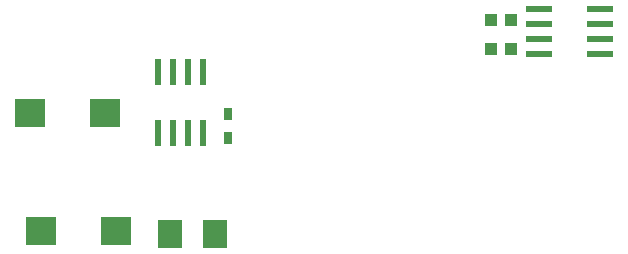
<source format=gbr>
G04 EAGLE Gerber RS-274X export*
G75*
%MOMM*%
%FSLAX34Y34*%
%LPD*%
%INSolderpaste Top*%
%IPPOS*%
%AMOC8*
5,1,8,0,0,1.08239X$1,22.5*%
G01*
%ADD10R,2.600000X2.400000*%
%ADD11R,0.800000X1.000000*%
%ADD12R,2.000000X2.400000*%
%ADD13R,1.000000X1.100000*%
%ADD14R,0.600000X2.200000*%
%ADD15R,2.200000X0.600000*%


D10*
X220950Y21100D03*
X157450Y21100D03*
X230250Y-78900D03*
X166750Y-78900D03*
D11*
X325000Y20000D03*
X325000Y0D03*
D12*
X275700Y-81100D03*
X313700Y-81100D03*
D13*
X564500Y100000D03*
X547500Y100000D03*
X564500Y75000D03*
X547500Y75000D03*
D14*
X291350Y56000D03*
X291350Y4000D03*
X304050Y56000D03*
X278650Y56000D03*
X265950Y56000D03*
X304050Y4000D03*
X278650Y4000D03*
X265950Y4000D03*
D15*
X639900Y83650D03*
X587900Y83650D03*
X639900Y70950D03*
X639900Y96350D03*
X639900Y109050D03*
X587900Y70950D03*
X587900Y96350D03*
X587900Y109050D03*
M02*

</source>
